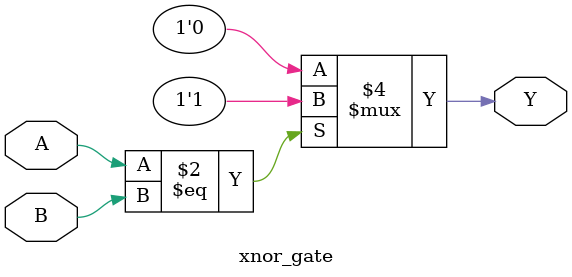
<source format=v>
`timescale 1ns / 1ps


module xnor_gate(output reg Y, input A, B);
always @ (A or B) begin
   if (A == B ) begin
       Y = 1'b1;
   end
   else 
       Y = 1'b0;
end
endmodule

</source>
